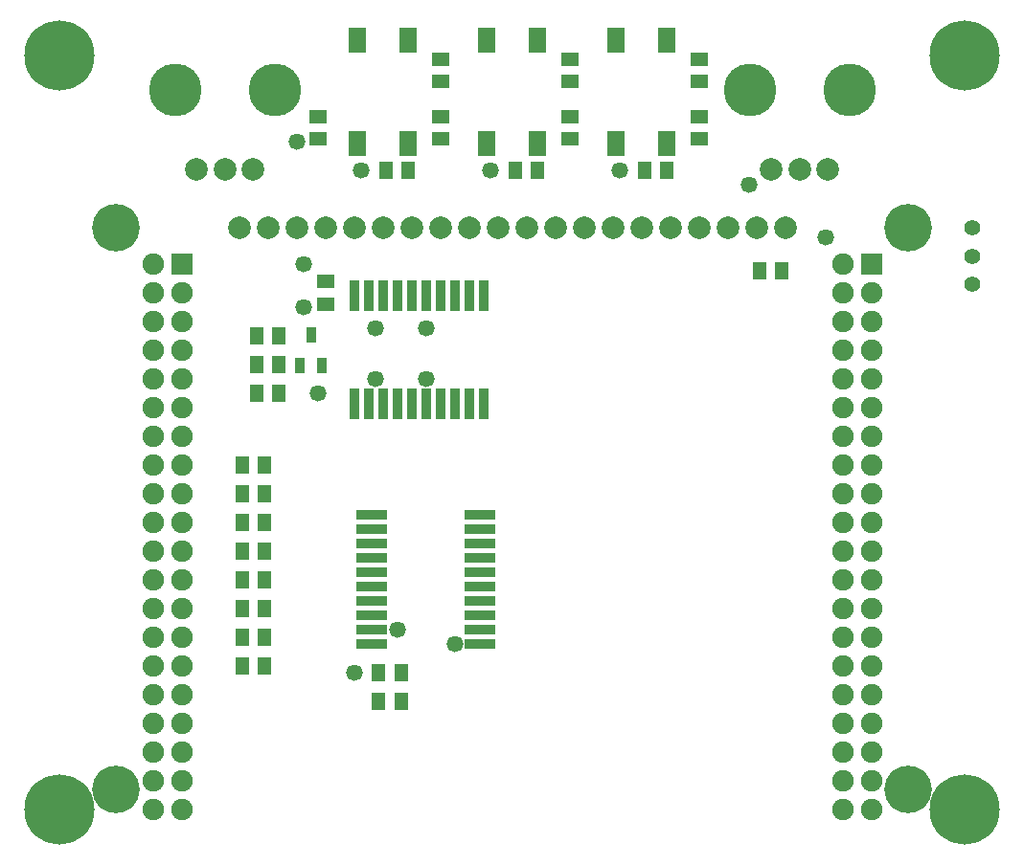
<source format=gts>
G04*
G04 #@! TF.GenerationSoftware,Altium Limited,Altium Designer,23.3.1 (30)*
G04*
G04 Layer_Color=8388736*
%FSLAX25Y25*%
%MOIN*%
G70*
G04*
G04 #@! TF.SameCoordinates,9A21843B-87D8-4875-86EA-9B3002E87254*
G04*
G04*
G04 #@! TF.FilePolarity,Negative*
G04*
G01*
G75*
%ADD14R,0.03287X0.10787*%
%ADD15R,0.10787X0.03287*%
%ADD16R,0.04724X0.05906*%
%ADD17R,0.06299X0.09055*%
%ADD18R,0.05906X0.04724*%
%ADD19R,0.03347X0.05512*%
%ADD20C,0.05512*%
%ADD21C,0.07874*%
%ADD22C,0.16535*%
%ADD23C,0.18347*%
%ADD24C,0.24410*%
%ADD25C,0.07480*%
%ADD26R,0.07480X0.07480*%
%ADD27C,0.05787*%
D14*
X122500Y161200D02*
D03*
X127500D02*
D03*
X132500D02*
D03*
X137500D02*
D03*
X142500D02*
D03*
X147500D02*
D03*
X152500D02*
D03*
X157500D02*
D03*
X162500D02*
D03*
X167500D02*
D03*
X122500Y198800D02*
D03*
X162500D02*
D03*
X157500D02*
D03*
X127500D02*
D03*
X167500D02*
D03*
X152500D02*
D03*
X137500D02*
D03*
X132500D02*
D03*
X147500D02*
D03*
X142500D02*
D03*
D15*
X166300Y77500D02*
D03*
Y82500D02*
D03*
Y87500D02*
D03*
Y92500D02*
D03*
Y97500D02*
D03*
Y102500D02*
D03*
Y107500D02*
D03*
Y112500D02*
D03*
Y117500D02*
D03*
Y122500D02*
D03*
X128700Y77500D02*
D03*
Y117500D02*
D03*
Y112500D02*
D03*
Y82500D02*
D03*
Y122500D02*
D03*
Y107500D02*
D03*
Y92500D02*
D03*
Y87500D02*
D03*
Y102500D02*
D03*
Y97500D02*
D03*
D16*
X271437Y207500D02*
D03*
X263563D02*
D03*
X223563Y242500D02*
D03*
X231437D02*
D03*
X178563D02*
D03*
X186437D02*
D03*
X133563D02*
D03*
X141437D02*
D03*
X138937Y67500D02*
D03*
X131063D02*
D03*
X138937Y57500D02*
D03*
X131063D02*
D03*
X83563Y140000D02*
D03*
X91437D02*
D03*
X83563Y130000D02*
D03*
X91437D02*
D03*
X83563Y120000D02*
D03*
X91437D02*
D03*
X83563Y110000D02*
D03*
X91437D02*
D03*
X83563Y100000D02*
D03*
X91437D02*
D03*
X83563Y90000D02*
D03*
X91437D02*
D03*
X83563Y80000D02*
D03*
X91437D02*
D03*
X83563Y70000D02*
D03*
X91437D02*
D03*
X96437Y175000D02*
D03*
X88563D02*
D03*
Y185000D02*
D03*
X96437D02*
D03*
X88563Y165000D02*
D03*
X96437D02*
D03*
D17*
X213642Y287913D02*
D03*
Y252087D02*
D03*
X231358D02*
D03*
Y287913D02*
D03*
X168642D02*
D03*
Y252087D02*
D03*
X186358D02*
D03*
Y287913D02*
D03*
X123642D02*
D03*
Y252087D02*
D03*
X141358D02*
D03*
Y287913D02*
D03*
D18*
X110000Y253563D02*
D03*
Y261437D02*
D03*
X152500Y253563D02*
D03*
Y261437D02*
D03*
X197500Y253563D02*
D03*
Y261437D02*
D03*
X242500Y273563D02*
D03*
Y281437D02*
D03*
Y253563D02*
D03*
Y261437D02*
D03*
X112500Y196063D02*
D03*
Y203937D02*
D03*
X197500Y281437D02*
D03*
Y273563D02*
D03*
X152500Y281437D02*
D03*
Y273563D02*
D03*
D19*
X111240Y174776D02*
D03*
X103760D02*
D03*
X107500Y185224D02*
D03*
D20*
X337500Y222500D02*
D03*
Y212657D02*
D03*
Y202815D02*
D03*
D21*
X272500Y222500D02*
D03*
X262500D02*
D03*
X252500D02*
D03*
X242500D02*
D03*
X232500D02*
D03*
X222500D02*
D03*
X212500D02*
D03*
X202500D02*
D03*
X192500D02*
D03*
X182500D02*
D03*
X172500D02*
D03*
X162500D02*
D03*
X152500D02*
D03*
X142500D02*
D03*
X132500D02*
D03*
X122500D02*
D03*
X112500D02*
D03*
X102500D02*
D03*
X92500D02*
D03*
X82500D02*
D03*
X287343Y242953D02*
D03*
X277500D02*
D03*
X267657D02*
D03*
X87343D02*
D03*
X77500D02*
D03*
X67658D02*
D03*
D22*
X315295Y222500D02*
D03*
X39705D02*
D03*
X315295Y26831D02*
D03*
X39705D02*
D03*
D23*
X294823Y270512D02*
D03*
X260177D02*
D03*
X94823D02*
D03*
X60177D02*
D03*
D24*
X335000Y282500D02*
D03*
Y20000D02*
D03*
X20000D02*
D03*
Y282500D02*
D03*
D25*
X62500Y20000D02*
D03*
X52500D02*
D03*
X302500D02*
D03*
X292500D02*
D03*
Y30000D02*
D03*
X302500D02*
D03*
X292500Y40000D02*
D03*
X302500D02*
D03*
X292500Y50000D02*
D03*
X302500D02*
D03*
X292500Y60000D02*
D03*
X302500D02*
D03*
X292500Y70000D02*
D03*
X302500D02*
D03*
X292500Y80000D02*
D03*
X302500D02*
D03*
X292500Y90000D02*
D03*
X302500D02*
D03*
X292500Y100000D02*
D03*
X302500D02*
D03*
X292500Y110000D02*
D03*
X302500D02*
D03*
X292500Y120000D02*
D03*
X302500D02*
D03*
X292500Y130000D02*
D03*
X302500D02*
D03*
X292500Y140000D02*
D03*
X302500D02*
D03*
X292500Y150000D02*
D03*
X302500D02*
D03*
X292500Y160000D02*
D03*
X302500D02*
D03*
X292500Y170000D02*
D03*
X302500D02*
D03*
X292500Y180000D02*
D03*
X302500D02*
D03*
X292500Y190000D02*
D03*
X302500D02*
D03*
X292500Y200000D02*
D03*
X302500D02*
D03*
X292500Y210000D02*
D03*
X52500Y30000D02*
D03*
X62500D02*
D03*
X52500Y40000D02*
D03*
X62500D02*
D03*
X52500Y50000D02*
D03*
X62500D02*
D03*
X52500Y60000D02*
D03*
X62500D02*
D03*
X52500Y70000D02*
D03*
X62500D02*
D03*
X52500Y80000D02*
D03*
X62500D02*
D03*
X52500Y90000D02*
D03*
X62500D02*
D03*
X52500Y100000D02*
D03*
X62500D02*
D03*
X52500Y110000D02*
D03*
X62500D02*
D03*
X52500Y120000D02*
D03*
X62500D02*
D03*
X52500Y130000D02*
D03*
X62500D02*
D03*
X52500Y140000D02*
D03*
X62500D02*
D03*
X52500Y150000D02*
D03*
X62500D02*
D03*
X52500Y160000D02*
D03*
X62500D02*
D03*
X52500Y170000D02*
D03*
X62500D02*
D03*
X52500Y180000D02*
D03*
X62500D02*
D03*
X52500Y190000D02*
D03*
X62500D02*
D03*
X52500Y200000D02*
D03*
X62500D02*
D03*
X52500Y210000D02*
D03*
D26*
X302500D02*
D03*
X62500D02*
D03*
D27*
X130000Y187500D02*
D03*
X147500Y170000D02*
D03*
X130000D02*
D03*
X147500Y187500D02*
D03*
X105000Y210000D02*
D03*
X122500Y67500D02*
D03*
X105000Y195000D02*
D03*
X157500Y77500D02*
D03*
X110000Y165000D02*
D03*
X286600Y219400D02*
D03*
X102500Y252500D02*
D03*
X260000Y237500D02*
D03*
X125000Y242500D02*
D03*
X170000D02*
D03*
X215000D02*
D03*
X137500Y82500D02*
D03*
M02*

</source>
